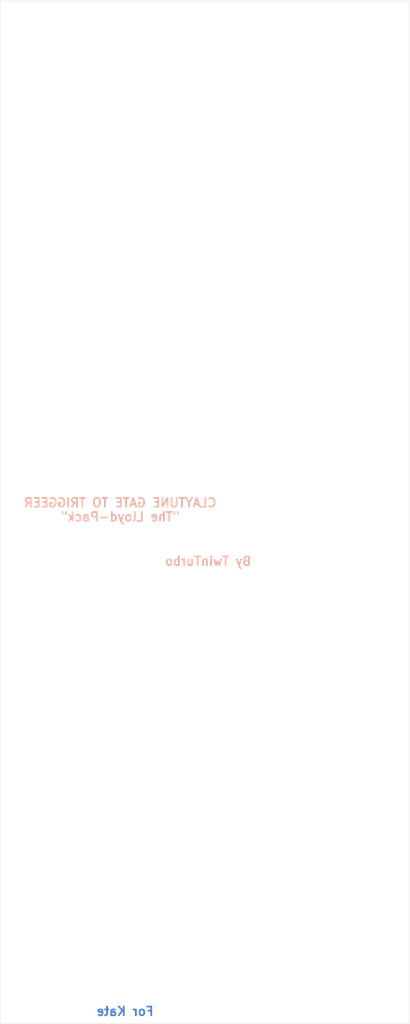
<source format=kicad_pcb>
(kicad_pcb (version 20171130) (host pcbnew "(5.1.7)-1")

  (general
    (thickness 1.6)
    (drawings 10)
    (tracks 0)
    (zones 0)
    (modules 0)
    (nets 1)
  )

  (page A4)
  (layers
    (0 F.Cu signal)
    (31 B.Cu signal)
    (32 B.Adhes user)
    (33 F.Adhes user)
    (34 B.Paste user)
    (35 F.Paste user)
    (36 B.SilkS user)
    (37 F.SilkS user)
    (38 B.Mask user)
    (39 F.Mask user)
    (40 Dwgs.User user)
    (41 Cmts.User user)
    (42 Eco1.User user)
    (43 Eco2.User user)
    (44 Edge.Cuts user)
    (45 Margin user)
    (46 B.CrtYd user)
    (47 F.CrtYd user)
    (48 B.Fab user)
    (49 F.Fab user)
  )

  (setup
    (last_trace_width 0.25)
    (trace_clearance 0.2)
    (zone_clearance 0.508)
    (zone_45_only no)
    (trace_min 0.2)
    (via_size 0.8)
    (via_drill 0.4)
    (via_min_size 0.4)
    (via_min_drill 0.3)
    (uvia_size 0.3)
    (uvia_drill 0.1)
    (uvias_allowed no)
    (uvia_min_size 0.2)
    (uvia_min_drill 0.1)
    (edge_width 0.05)
    (segment_width 0.2)
    (pcb_text_width 0.3)
    (pcb_text_size 1.5 1.5)
    (mod_edge_width 0.12)
    (mod_text_size 1 1)
    (mod_text_width 0.15)
    (pad_size 1.524 1.524)
    (pad_drill 0.762)
    (pad_to_mask_clearance 0)
    (aux_axis_origin 0 0)
    (visible_elements 7FFFFFFF)
    (pcbplotparams
      (layerselection 0x010fc_ffffffff)
      (usegerberextensions false)
      (usegerberattributes true)
      (usegerberadvancedattributes true)
      (creategerberjobfile true)
      (excludeedgelayer true)
      (linewidth 0.100000)
      (plotframeref false)
      (viasonmask false)
      (mode 1)
      (useauxorigin false)
      (hpglpennumber 1)
      (hpglpenspeed 20)
      (hpglpendiameter 15.000000)
      (psnegative false)
      (psa4output false)
      (plotreference true)
      (plotvalue true)
      (plotinvisibletext false)
      (padsonsilk false)
      (subtractmaskfromsilk false)
      (outputformat 1)
      (mirror false)
      (drillshape 1)
      (scaleselection 1)
      (outputdirectory ""))
  )

  (net 0 "")

  (net_class Default "This is the default net class."
    (clearance 0.2)
    (trace_width 0.25)
    (via_dia 0.8)
    (via_drill 0.4)
    (uvia_dia 0.3)
    (uvia_drill 0.1)
  )

  (gr_circle (center 114.83 106.51) (end 119.62 106.37) (layer Dwgs.User) (width 0.15))
  (gr_line (start 79.81 194.03) (end 149.88 18.93) (layer Dwgs.User) (width 0.15))
  (gr_line (start 79.8 18.99) (end 149.89 194.11) (layer Dwgs.User) (width 0.15))
  (gr_text "By TwinTurbo" (at 115.37 114.93) (layer B.SilkS) (tstamp 5FEDC6C5)
    (effects (font (size 1.5 1.5) (thickness 0.3)) (justify mirror))
  )
  (gr_text "CLAYTUNE GATE TO TRIGGEER\n\"The Lloyd-Pack\"" (at 100.3 106.12) (layer B.SilkS) (tstamp 5FEDC6C4)
    (effects (font (size 1.5 1.5) (thickness 0.3)) (justify mirror))
  )
  (gr_text "For Kate" (at 101.14 191.99) (layer B.Cu) (tstamp 5FEDC6C3)
    (effects (font (size 1.5 1.5) (thickness 0.3)) (justify mirror))
  )
  (gr_line (start 79.8116 19.02604) (end 149.8116 19.02604) (layer Edge.Cuts) (width 0.05) (tstamp 5FEDC6C2))
  (gr_line (start 149.8116 194.02604) (end 149.8116 19.02604) (layer Edge.Cuts) (width 0.05) (tstamp 5FEDC4AF))
  (gr_line (start 79.8116 194.02604) (end 149.8116 194.02604) (layer Edge.Cuts) (width 0.05) (tstamp 5FEDC4AE))
  (gr_line (start 79.8116 19.02604) (end 79.8116 194.02604) (layer Edge.Cuts) (width 0.05) (tstamp 5FEDC4AD))

  (zone (net 0) (net_name "") (layer B.Cu) (tstamp 5FEDC5C4) (hatch edge 0.508)
    (connect_pads (clearance 0.508))
    (min_thickness 0.254)
    (fill (arc_segments 32) (thermal_gap 0.508) (thermal_bridge_width 0.508))
    (polygon
      (pts
        (xy 149.77 193.72966) (xy 79.92316 193.72966) (xy 79.92316 19.30024) (xy 149.6 19.30024)
      )
    )
  )
  (zone (net 0) (net_name "") (layer F.Cu) (tstamp 5FEDC5C3) (hatch edge 0.508)
    (connect_pads (clearance 0.508))
    (min_thickness 0.254)
    (fill (arc_segments 32) (thermal_gap 0.508) (thermal_bridge_width 0.508))
    (polygon
      (pts
        (xy 149.67 193.73728) (xy 79.913 193.73728) (xy 79.913 19.3104) (xy 149.59 19.3104)
      )
    )
  )
)

</source>
